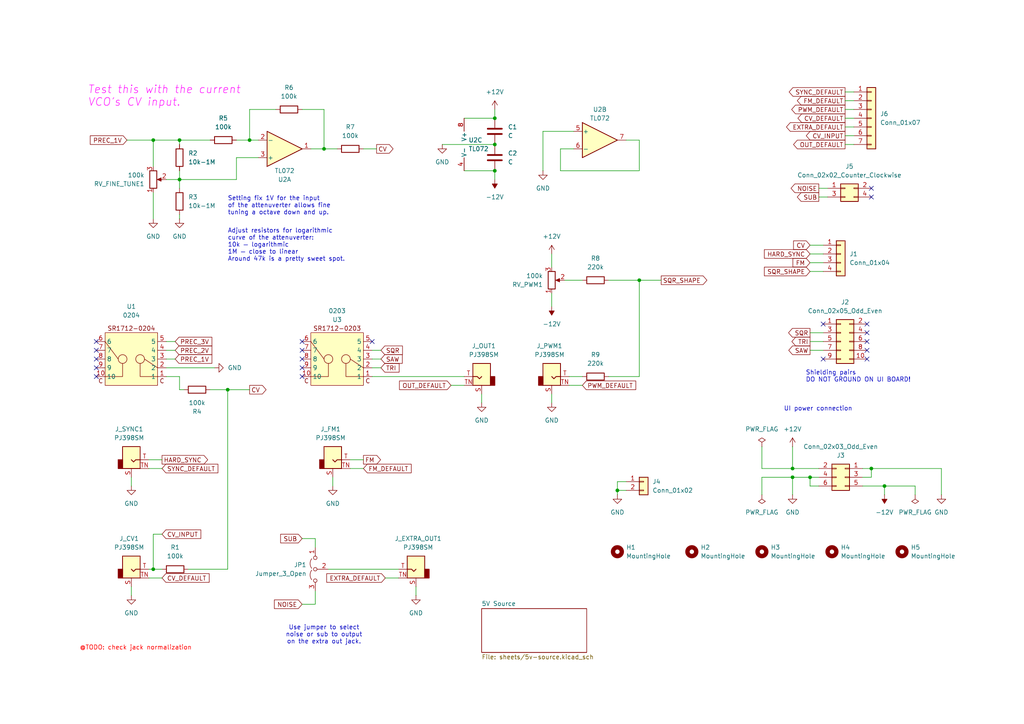
<source format=kicad_sch>
(kicad_sch (version 20250114) (generator "eeschema") (generator_version "9.0")
  (paper "A4")
  (title_block (title "Hog Moduleur VCO UI") (date "2025-07-06") (rev "v0.1") (company "Shmøergh"))
  (lib_symbols
    (symbol "Amplifier_Operational:TL072" (pin_names (offset 0.127))
      (property "Reference" "U" (at 0 5.08 0))
      (property "Value" "TL072" (at 0 -5.08 0))
      (symbol "TL072_1_1"
        (polyline (pts (xy -5.08 5.08) (xy 5.08 0) (xy -5.08 -5.08) (xy -5.08 5.08)) (stroke (width 0.254)) (fill (type background)))
        (pin input line (at -7.62 2.54 0) (length 2.54) (name "+") (number "3"))
        (pin input line (at -7.62 -2.54 0) (length 2.54) (name "-") (number "2"))
        (pin output line (at 7.62 0 180) (length 2.54) (name "~") (number "1"))
      )
      (symbol "TL072_2_1"
        (polyline (pts (xy -5.08 5.08) (xy 5.08 0) (xy -5.08 -5.08) (xy -5.08 5.08)) (stroke (width 0.254)) (fill (type background)))
        (pin input line (at -7.62 2.54 0) (length 2.54) (name "+") (number "5"))
        (pin input line (at -7.62 -2.54 0) (length 2.54) (name "-") (number "6"))
        (pin output line (at 7.62 0 180) (length 2.54) (name "~") (number "7"))
      )
      (symbol "TL072_3_1"
        (pin power_in line (at -2.54 7.62 270) (length 3.81) (name "V+") (number "8"))
        (pin power_in line (at -2.54 -7.62 90) (length 3.81) (name "V-") (number "4"))
      )
    )
    (symbol "Connector_Generic:Conn_01x02" (pin_names (offset 1.016) (hide yes))
      (property "Reference" "J" (at 0 2.54 0))
      (property "Value" "Conn_01x02" (at 0 -5.08 0))
      (symbol "Conn_01x02_1_1"
        (rectangle (start -1.27 1.27) (end 1.27 -3.81) (stroke (width 0.254)) (fill (type background)))
        (rectangle (start -1.27 0.127) (end 0 -0.127) (stroke (width 0.1524)))
        (rectangle (start -1.27 -2.413) (end 0 -2.667) (stroke (width 0.1524)))
        (pin passive line (at -5.08 0 0) (length 3.81) (name "Pin_1") (number "1"))
        (pin passive line (at -5.08 -2.54 0) (length 3.81) (name "Pin_2") (number "2"))
      )
    )
    (symbol "Connector_Generic:Conn_01x04" (pin_names (offset 1.016) (hide yes))
      (property "Reference" "J" (at 0 5.08 0))
      (property "Value" "Conn_01x04" (at 0 -7.62 0))
      (symbol "Conn_01x04_1_1"
        (rectangle (start -1.27 3.81) (end 1.27 -6.35) (stroke (width 0.254)) (fill (type background)))
        (rectangle (start -1.27 2.667) (end 0 2.413) (stroke (width 0.1524)))
        (rectangle (start -1.27 0.127) (end 0 -0.127) (stroke (width 0.1524)))
        (rectangle (start -1.27 -2.413) (end 0 -2.667) (stroke (width 0.1524)))
        (rectangle (start -1.27 -4.953) (end 0 -5.207) (stroke (width 0.1524)))
        (pin passive line (at -5.08 2.54 0) (length 3.81) (name "Pin_1") (number "1"))
        (pin passive line (at -5.08 0 0) (length 3.81) (name "Pin_2") (number "2"))
        (pin passive line (at -5.08 -2.54 0) (length 3.81) (name "Pin_3") (number "3"))
        (pin passive line (at -5.08 -5.08 0) (length 3.81) (name "Pin_4") (number "4"))
      )
    )
    (symbol "Connector_Generic:Conn_01x07" (pin_names (offset 1.016) (hide yes))
      (property "Reference" "J" (at 0 10.16 0))
      (property "Value" "Conn_01x07" (at 0 -10.16 0))
      (symbol "Conn_01x07_1_1"
        (rectangle (start -1.27 8.89) (end 1.27 -8.89) (stroke (width 0.254)) (fill (type background)))
        (rectangle (start -1.27 7.747) (end 0 7.493) (stroke (width 0.1524)))
        (rectangle (start -1.27 5.207) (end 0 4.953) (stroke (width 0.1524)))
        (rectangle (start -1.27 2.667) (end 0 2.413) (stroke (width 0.1524)))
        (rectangle (start -1.27 0.127) (end 0 -0.127) (stroke (width 0.1524)))
        (rectangle (start -1.27 -2.413) (end 0 -2.667) (stroke (width 0.1524)))
        (rectangle (start -1.27 -4.953) (end 0 -5.207) (stroke (width 0.1524)))
        (rectangle (start -1.27 -7.493) (end 0 -7.747) (stroke (width 0.1524)))
        (pin passive line (at -5.08 7.62 0) (length 3.81) (name "Pin_1") (number "1"))
        (pin passive line (at -5.08 5.08 0) (length 3.81) (name "Pin_2") (number "2"))
        (pin passive line (at -5.08 2.54 0) (length 3.81) (name "Pin_3") (number "3"))
        (pin passive line (at -5.08 0 0) (length 3.81) (name "Pin_4") (number "4"))
        (pin passive line (at -5.08 -2.54 0) (length 3.81) (name "Pin_5") (number "5"))
        (pin passive line (at -5.08 -5.08 0) (length 3.81) (name "Pin_6") (number "6"))
        (pin passive line (at -5.08 -7.62 0) (length 3.81) (name "Pin_7") (number "7"))
      )
    )
    (symbol "Connector_Generic:Conn_02x02_Odd_Even" (pin_names (offset 1.016) (hide yes))
      (property "Reference" "J" (at 1.27 2.54 0))
      (property "Value" "Conn_02x02_Odd_Even" (at 1.27 -5.08 0))
      (symbol "Conn_02x02_Odd_Even_1_1"
        (rectangle (start -1.27 1.27) (end 3.81 -3.81) (stroke (width 0.254)) (fill (type background)))
        (rectangle (start -1.27 0.127) (end 0 -0.127) (stroke (width 0.1524)))
        (rectangle (start -1.27 -2.413) (end 0 -2.667) (stroke (width 0.1524)))
        (rectangle (start 3.81 0.127) (end 2.54 -0.127) (stroke (width 0.1524)))
        (rectangle (start 3.81 -2.413) (end 2.54 -2.667) (stroke (width 0.1524)))
        (pin passive line (at -5.08 0 0) (length 3.81) (name "Pin_1") (number "1"))
        (pin passive line (at -5.08 -2.54 0) (length 3.81) (name "Pin_3") (number "3"))
        (pin passive line (at 7.62 0 180) (length 3.81) (name "Pin_2") (number "2"))
        (pin passive line (at 7.62 -2.54 180) (length 3.81) (name "Pin_4") (number "4"))
      )
    )
    (symbol "Connector_Generic:Conn_02x03_Odd_Even" (pin_names (offset 1.016) (hide yes))
      (property "Reference" "J" (at 1.27 5.08 0))
      (property "Value" "Conn_02x03_Odd_Even" (at 1.27 -5.08 0))
      (symbol "Conn_02x03_Odd_Even_1_1"
        (rectangle (start -1.27 3.81) (end 3.81 -3.81) (stroke (width 0.254)) (fill (type background)))
        (rectangle (start -1.27 2.667) (end 0 2.413) (stroke (width 0.1524)))
        (rectangle (start -1.27 0.127) (end 0 -0.127) (stroke (width 0.1524)))
        (rectangle (start -1.27 -2.413) (end 0 -2.667) (stroke (width 0.1524)))
        (rectangle (start 3.81 2.667) (end 2.54 2.413) (stroke (width 0.1524)))
        (rectangle (start 3.81 0.127) (end 2.54 -0.127) (stroke (width 0.1524)))
        (rectangle (start 3.81 -2.413) (end 2.54 -2.667) (stroke (width 0.1524)))
        (pin passive line (at -5.08 2.54 0) (length 3.81) (name "Pin_1") (number "1"))
        (pin passive line (at -5.08 0 0) (length 3.81) (name "Pin_3") (number "3"))
        (pin passive line (at -5.08 -2.54 0) (length 3.81) (name "Pin_5") (number "5"))
        (pin passive line (at 7.62 2.54 180) (length 3.81) (name "Pin_2") (number "2"))
        (pin passive line (at 7.62 0 180) (length 3.81) (name "Pin_4") (number "4"))
        (pin passive line (at 7.62 -2.54 180) (length 3.81) (name "Pin_6") (number "6"))
      )
    )
    (symbol "Connector_Generic:Conn_02x05_Odd_Even" (pin_names (offset 1.016) (hide yes))
      (property "Reference" "J" (at 1.27 7.62 0))
      (property "Value" "Conn_02x05_Odd_Even" (at 1.27 -7.62 0))
      (symbol "Conn_02x05_Odd_Even_1_1"
        (rectangle (start -1.27 6.35) (end 3.81 -6.35) (stroke (width 0.254)) (fill (type background)))
        (rectangle (start -1.27 5.207) (end 0 4.953) (stroke (width 0.1524)))
        (rectangle (start -1.27 2.667) (end 0 2.413) (stroke (width 0.1524)))
        (rectangle (start -1.27 0.127) (end 0 -0.127) (stroke (width 0.1524)))
        (rectangle (start -1.27 -2.413) (end 0 -2.667) (stroke (width 0.1524)))
        (rectangle (start -1.27 -4.953) (end 0 -5.207) (stroke (width 0.1524)))
        (rectangle (start 3.81 5.207) (end 2.54 4.953) (stroke (width 0.1524)))
        (rectangle (start 3.81 2.667) (end 2.54 2.413) (stroke (width 0.1524)))
        (rectangle (start 3.81 0.127) (end 2.54 -0.127) (stroke (width 0.1524)))
        (rectangle (start 3.81 -2.413) (end 2.54 -2.667) (stroke (width 0.1524)))
        (rectangle (start 3.81 -4.953) (end 2.54 -5.207) (stroke (width 0.1524)))
        (pin passive line (at -5.08 5.08 0) (length 3.81) (name "Pin_1") (number "1"))
        (pin passive line (at -5.08 2.54 0) (length 3.81) (name "Pin_3") (number "3"))
        (pin passive line (at -5.08 0 0) (length 3.81) (name "Pin_5") (number "5"))
        (pin passive line (at -5.08 -2.54 0) (length 3.81) (name "Pin_7") (number "7"))
        (pin passive line (at -5.08 -5.08 0) (length 3.81) (name "Pin_9") (number "9"))
        (pin passive line (at 7.62 5.08 180) (length 3.81) (name "Pin_2") (number "2"))
        (pin passive line (at 7.62 2.54 180) (length 3.81) (name "Pin_4") (number "4"))
        (pin passive line (at 7.62 0 180) (length 3.81) (name "Pin_6") (number "6"))
        (pin passive line (at 7.62 -2.54 180) (length 3.81) (name "Pin_8") (number "8"))
        (pin passive line (at 7.62 -5.08 180) (length 3.81) (name "Pin_10") (number "10"))
      )
    )
    (symbol "Device:C" (pin_numbers (hide yes)) (pin_names (offset 0.254))
      (property "Reference" "C" (at 0.635 2.54 0))
      (property "Value" "C" (at 0.635 -2.54 0))
      (symbol "C_0_1"
        (polyline (pts (xy -2.032 0.762) (xy 2.032 0.762)) (stroke (width 0.508)))
        (polyline (pts (xy -2.032 -0.762) (xy 2.032 -0.762)) (stroke (width 0.508)))
      )
      (symbol "C_1_1"
        (pin passive line (at 0 3.81 270) (length 2.794) (name "~") (number "1"))
        (pin passive line (at 0 -3.81 90) (length 2.794) (name "~") (number "2"))
      )
    )
    (symbol "Device:R" (pin_numbers (hide yes)) (pin_names (offset 0))
      (property "Reference" "R" (at 2.032 0 90))
      (property "Value" "R" (at 0 0 90))
      (symbol "R_0_1"
        (rectangle (start -1.016 -2.54) (end 1.016 2.54) (stroke (width 0.254)))
      )
      (symbol "R_1_1"
        (pin passive line (at 0 3.81 270) (length 1.27) (name "~") (number "1"))
        (pin passive line (at 0 -3.81 90) (length 1.27) (name "~") (number "2"))
      )
    )
    (symbol "Device:R_Potentiometer" (pin_names (offset 1.016) (hide yes))
      (property "Reference" "RV" (at -4.445 0 90))
      (property "Value" "R_Potentiometer" (at -2.54 0 90))
      (symbol "R_Potentiometer_0_1"
        (rectangle (start 1.016 2.54) (end -1.016 -2.54) (stroke (width 0.254)))
        (polyline (pts (xy 1.143 0) (xy 2.286 0.508) (xy 2.286 -0.508) (xy 1.143 0)) (fill (type outline)))
        (polyline (pts (xy 2.54 0) (xy 1.524 0)))
      )
      (symbol "R_Potentiometer_1_1"
        (pin passive line (at 0 3.81 270) (length 1.27) (name "1") (number "1"))
        (pin passive line (at 0 -3.81 90) (length 1.27) (name "3") (number "3"))
        (pin passive line (at 3.81 0 180) (length 1.27) (name "2") (number "2"))
      )
    )
    (symbol "Jumper:Jumper_3_Open" (pin_names (offset 0) (hide yes)) (in_bom no)
      (property "Reference" "JP" (at -2.54 -2.54 0))
      (property "Value" "Jumper_3_Open" (at 0 2.794 0))
      (symbol "Jumper_3_Open_0_0"
        (circle (center -3.302 0) (radius 0.508))
        (circle (center 0 0) (radius 0.508))
        (circle (center 3.302 0) (radius 0.508))
      )
      (symbol "Jumper_3_Open_0_1"
        (arc (start -3.048 1.016) (mid -1.651 1.4992) (end -0.254 1.016))
        (polyline (pts (xy 0 -0.508) (xy 0 -1.27)))
        (arc (start 0.254 1.016) (mid 1.651 1.4992) (end 3.048 1.016))
      )
      (symbol "Jumper_3_Open_1_1"
        (pin passive line (at -6.35 0 0) (length 2.54) (name "A") (number "1"))
        (pin passive line (at 0 -3.81 90) (length 2.54) (name "C") (number "2"))
        (pin passive line (at 6.35 0 180) (length 2.54) (name "B") (number "3"))
      )
    )
    (symbol "Mechanical:MountingHole" (pin_names (offset 1.016)) (in_bom no)
      (property "Reference" "H" (at 0 5.08 0))
      (property "Value" "MountingHole" (at 0 3.175 0))
      (symbol "MountingHole_0_1"
        (circle (center 0 0) (radius 1.27) (stroke (width 1.27)))
      )
    )
    (symbol "Shmoergh-Custom-Components:AudioJack2_Thonkiconn_S"
      (property "Reference" "J" (at 0 8.89 0))
      (property "Value" "AudioJack2_Thonkiconn" (at 0 6.35 0))
      (symbol "AudioJack2_Thonkiconn_S_0_1"
        (rectangle (start -2.54 -2.54) (end -3.81 0) (stroke (width 0.254)) (fill (type outline)))
        (polyline (pts (xy 0 0) (xy 0.635 -0.635) (xy 1.27 0) (xy 2.54 0)) (stroke (width 0.254)))
        (rectangle (start 2.54 3.81) (end -2.54 -2.54) (stroke (width 0.254)) (fill (type background)))
      )
      (symbol "AudioJack2_Thonkiconn_S_1_1"
        (pin passive line (at 0 -5.08 90) (length 2.54) (name "~") (number "S"))
        (pin bidirectional line (at 5.08 0 180) (length 2.54) (name "~") (number "T"))
        (pin passive line (at 5.08 -2.54 180) (length 2.54) (name "~") (number "TN"))
      )
    )
    (symbol "Shmoergh-Custom-Components:SR1712_0203"
      (property "Reference" "U" (at 0 1.27 0))
      (symbol "SR1712_0203_0_1"
        (polyline (pts (xy -7.62 -2.54) (xy -3.81 0)))
        (circle (center -2.54 0) (radius 1.27))
        (polyline (pts (xy -2.54 -1.27) (xy -2.54 -5.08) (xy -7.62 -5.08)))
        (circle (center 2.54 0) (radius 1.27))
        (polyline (pts (xy 7.62 5.08) (xy 3.81 0)))
        (polyline (pts (xy 7.62 -5.08) (xy 2.54 -5.08) (xy 2.54 -1.27)))
      )
      (symbol "SR1712_0203_1_1"
        (rectangle (start -7.62 7.62) (end 7.62 -7.62) (fill (type background)))
        (text "C" (at -8.89 -6.35 0) (effects (font (size 1.27 1.27))))
        (text "SR1712-0203" (at 0 8.89 0) (effects (font (size 1.27 1.27))))
        (text "C" (at 8.89 -6.35 0) (effects (font (size 1.27 1.27))))
        (pin input line (at -10.16 5.08 0) (length 2.54) (name "5") (number "5"))
        (pin input line (at -10.16 2.54 0) (length 2.54) (name "4") (number "4"))
        (pin input line (at -10.16 0 0) (length 2.54) (name "3") (number "3"))
        (pin input line (at -10.16 -2.54 0) (length 2.54) (name "2") (number "2"))
        (pin output line (at -10.16 -5.08 0) (length 2.54) (name "1") (number "1"))
        (pin input line (at 10.16 5.08 180) (length 2.54) (name "6") (number "6"))
        (pin input line (at 10.16 2.54 180) (length 2.54) (name "7") (number "7"))
        (pin input line (at 10.16 0 180) (length 2.54) (name "8") (number "8"))
        (pin input line (at 10.16 -2.54 180) (length 2.54) (name "9") (number "9"))
        (pin output line (at 10.16 -5.08 180) (length 2.54) (name "10") (number "10"))
      )
    )
    (symbol "Shmoergh-Custom-Components:SR1712_0204"
      (property "Reference" "U" (at 0 1.27 0))
      (symbol "SR1712_0204_0_1"
        (polyline (pts (xy -7.62 -2.54) (xy -3.81 0)))
        (circle (center -2.54 0) (radius 1.27))
        (polyline (pts (xy -2.54 -1.27) (xy -2.54 -5.08) (xy -7.62 -5.08)))
        (circle (center 2.54 0) (radius 1.27))
        (polyline (pts (xy 7.62 5.08) (xy 3.81 0)))
        (polyline (pts (xy 7.62 -5.08) (xy 2.54 -5.08) (xy 2.54 -1.27)))
      )
      (symbol "SR1712_0204_1_1"
        (rectangle (start -7.62 7.62) (end 7.62 -7.62) (fill (type background)))
        (text "C" (at -8.89 -6.35 0) (effects (font (size 1.27 1.27))))
        (text "SR1712-0204" (at 0 8.89 0) (effects (font (size 1.27 1.27))))
        (text "C" (at 8.89 -6.35 0) (effects (font (size 1.27 1.27))))
        (pin input line (at -10.16 5.08 0) (length 2.54) (name "5") (number "5"))
        (pin input line (at -10.16 2.54 0) (length 2.54) (name "4") (number "4"))
        (pin input line (at -10.16 0 0) (length 2.54) (name "3") (number "3"))
        (pin input line (at -10.16 -2.54 0) (length 2.54) (name "2") (number "2"))
        (pin output line (at -10.16 -5.08 0) (length 2.54) (name "1") (number "1"))
        (pin input line (at 10.16 5.08 180) (length 2.54) (name "6") (number "6"))
        (pin input line (at 10.16 2.54 180) (length 2.54) (name "7") (number "7"))
        (pin input line (at 10.16 0 180) (length 2.54) (name "8") (number "8"))
        (pin input line (at 10.16 -2.54 180) (length 2.54) (name "9") (number "9"))
        (pin output line (at 10.16 -5.08 180) (length 2.54) (name "10") (number "10"))
      )
    )
    (symbol "power:+12V" (power) (pin_numbers (hide yes)) (pin_names (offset 0) (hide yes))
      (property "Value" "+12V" (at 0 3.556 0))
      (symbol "+12V_0_1"
        (polyline (pts (xy -0.762 1.27) (xy 0 2.54)))
        (polyline (pts (xy 0 2.54) (xy 0.762 1.27)))
        (polyline (pts (xy 0 0) (xy 0 2.54)))
      )
      (symbol "+12V_1_1"
        (pin power_in line (at 0 0 90) (length 0) (name "~") (number "1"))
      )
    )
    (symbol "power:-12V" (power) (pin_numbers (hide yes)) (pin_names (offset 0) (hide yes))
      (property "Value" "-12V" (at 0 3.556 0))
      (symbol "-12V_0_0"
        (pin power_in line (at 0 0 90) (length 0) (name "~") (number "1"))
      )
      (symbol "-12V_0_1"
        (polyline (pts (xy 0 0) (xy 0 1.27) (xy 0.762 1.27) (xy 0 2.54) (xy -0.762 1.27) (xy 0 1.27)) (fill (type outline)))
      )
    )
    (symbol "power:GND" (power) (pin_numbers (hide yes)) (pin_names (offset 0) (hide yes))
      (property "Value" "GND" (at 0 -3.81 0))
      (symbol "GND_0_1"
        (polyline (pts (xy 0 0) (xy 0 -1.27) (xy 1.27 -1.27) (xy 0 -2.54) (xy -1.27 -1.27) (xy 0 -1.27)))
      )
      (symbol "GND_1_1"
        (pin power_in line (at 0 0 270) (length 0) (name "~") (number "1"))
      )
    )
    (symbol "power:PWR_FLAG" (power) (pin_numbers (hide yes)) (pin_names (offset 0) (hide yes))
      (property "Value" "PWR_FLAG" (at 0 3.81 0))
      (symbol "PWR_FLAG_0_0"
        (pin power_out line (at 0 0 90) (length 0) (name "~") (number "1"))
      )
      (symbol "PWR_FLAG_0_1"
        (polyline (pts (xy 0 0) (xy 0 1.27) (xy -1.016 1.905) (xy 0 2.54) (xy 1.016 1.905) (xy 0 1.27)))
      )
    )
  )
  (text "Test this with the current \nVCO's CV input." (at 25.4 27.94 0) (effects (font (size 2.27 2.27) (italic yes)) (justify left)))
  (text "Setting fix 1V for the input \nof the attenuverter allows fine \ntuning a octave down and up." (at 66.04 59.69 0) (effects (font (size 1.27 1.27)) (justify left)))
  (text "@TODO: check jack normalization" (at 39.37 187.96 0) (effects (font (size 1.27 1.27))))
  (text "UI power connection" (at 227.33 119.38 0) (effects (font (size 1.27 1.27)) (justify left bottom)))
  (text "Adjust resistors for logarithmic\ncurve of the attenuverter: \n10k — logarithmic\n1M — close to linear\nAround 47k is a pretty sweet spot." (at 66.04 71.12 0) (effects (font (size 1.27 1.27)) (justify left)))
  (text "Use jumper to select\nnoise or sub to output\non the extra out jack." (at 93.98 184.15 0) (effects (font (size 1.27 1.27))))
  (text "Shielding pairs\nDO NOT GROUND ON UI BOARD!" (at 233.68 109.22 0) (effects (font (size 1.27 1.27)) (justify left)))
  (junction (at 143.51 49.53))
  (junction (at 66.04 113.03))
  (junction (at 229.87 135.89))
  (junction (at 179.07 142.24))
  (junction (at 234.95 138.43))
  (junction (at 143.51 41.91))
  (junction (at 256.54 140.97))
  (junction (at 229.87 138.43))
  (junction (at 185.42 81.28))
  (junction (at 143.51 34.29))
  (junction (at 52.07 40.64))
  (junction (at 93.98 43.18))
  (junction (at 252.73 135.89))
  (junction (at 52.07 52.07))
  (junction (at 72.39 40.64))
  (junction (at 44.45 40.64))
  (junction (at 44.45 165.1))
  (no_connect (at 251.46 104.14))
  (no_connect (at 87.63 101.6))
  (no_connect (at 87.63 106.68))
  (no_connect (at 238.76 93.98))
  (no_connect (at 251.46 99.06))
  (no_connect (at 251.46 96.52))
  (no_connect (at 87.63 104.14))
  (no_connect (at 27.94 99.06))
  (no_connect (at 27.94 104.14))
  (no_connect (at 251.46 93.98))
  (no_connect (at 252.73 57.15))
  (no_connect (at 251.46 101.6))
  (no_connect (at 27.94 106.68))
  (no_connect (at 27.94 101.6))
  (no_connect (at 238.76 104.14))
  (no_connect (at 87.63 109.22))
  (no_connect (at 252.73 54.61))
  (no_connect (at 87.63 99.06))
  (no_connect (at 27.94 109.22))
  (no_connect (at 107.95 99.06))
  (wire (pts (xy 234.95 96.52) (xy 238.76 96.52)))
  (wire (pts (xy 237.49 54.61) (xy 240.03 54.61)))
  (wire (pts (xy 72.39 40.64) (xy 74.93 40.64)))
  (wire (pts (xy 46.99 167.64) (xy 43.18 167.64)))
  (wire (pts (xy 245.11 34.29) (xy 247.65 34.29)))
  (wire (pts (xy 110.49 106.68) (xy 107.95 106.68)))
  (wire (pts (xy 245.11 39.37) (xy 247.65 39.37)))
  (wire (pts (xy 134.62 49.53) (xy 143.51 49.53)))
  (wire (pts (xy 168.91 81.28) (xy 163.83 81.28)))
  (wire (pts (xy 105.41 133.35) (xy 101.6 133.35)))
  (wire (pts (xy 66.04 165.1) (xy 54.61 165.1)))
  (wire (pts (xy 256.54 143.51) (xy 256.54 140.97)))
  (wire (pts (xy 185.42 49.53) (xy 185.42 40.64)))
  (wire (pts (xy 143.51 31.75) (xy 143.51 34.29)))
  (wire (pts (xy 265.43 140.97) (xy 256.54 140.97)))
  (wire (pts (xy 166.37 38.1) (xy 157.48 38.1)))
  (wire (pts (xy 74.93 45.72) (xy 68.58 45.72)))
  (wire (pts (xy 130.81 111.76) (xy 134.62 111.76)))
  (wire (pts (xy 96.52 138.43) (xy 96.52 140.97)))
  (wire (pts (xy 250.19 140.97) (xy 256.54 140.97)))
  (wire (pts (xy 93.98 43.18) (xy 90.17 43.18)))
  (wire (pts (xy 179.07 142.24) (xy 181.61 142.24)))
  (wire (pts (xy 234.95 78.74) (xy 238.76 78.74)))
  (wire (pts (xy 46.99 135.89) (xy 43.18 135.89)))
  (wire (pts (xy 110.49 101.6) (xy 107.95 101.6)))
  (wire (pts (xy 185.42 109.22) (xy 176.53 109.22)))
  (wire (pts (xy 87.63 175.26) (xy 91.44 175.26)))
  (wire (pts (xy 234.95 99.06) (xy 238.76 99.06)))
  (wire (pts (xy 36.83 40.64) (xy 44.45 40.64)))
  (wire (pts (xy 68.58 52.07) (xy 52.07 52.07)))
  (wire (pts (xy 105.41 43.18) (xy 109.22 43.18)))
  (wire (pts (xy 60.96 113.03) (xy 66.04 113.03)))
  (wire (pts (xy 66.04 113.03) (xy 66.04 165.1)))
  (wire (pts (xy 160.02 88.9) (xy 160.02 85.09)))
  (wire (pts (xy 234.95 71.12) (xy 238.76 71.12)))
  (wire (pts (xy 166.37 43.18) (xy 162.56 43.18)))
  (wire (pts (xy 91.44 156.21) (xy 91.44 158.75)))
  (wire (pts (xy 234.95 76.2) (xy 238.76 76.2)))
  (wire (pts (xy 87.63 31.75) (xy 93.98 31.75)))
  (wire (pts (xy 237.49 57.15) (xy 240.03 57.15)))
  (wire (pts (xy 107.95 109.22) (xy 134.62 109.22)))
  (wire (pts (xy 162.56 43.18) (xy 162.56 49.53)))
  (wire (pts (xy 44.45 154.94) (xy 44.45 165.1)))
  (wire (pts (xy 87.63 156.21) (xy 91.44 156.21)))
  (wire (pts (xy 52.07 52.07) (xy 48.26 52.07)))
  (wire (pts (xy 181.61 139.7) (xy 179.07 139.7)))
  (wire (pts (xy 72.39 31.75) (xy 72.39 40.64)))
  (wire (pts (xy 105.41 135.89) (xy 101.6 135.89)))
  (wire (pts (xy 185.42 40.64) (xy 181.61 40.64)))
  (wire (pts (xy 44.45 165.1) (xy 43.18 165.1)))
  (wire (pts (xy 157.48 38.1) (xy 157.48 49.53)))
  (wire (pts (xy 229.87 138.43) (xy 234.95 138.43)))
  (wire (pts (xy 95.25 165.1) (xy 115.57 165.1)))
  (wire (pts (xy 44.45 55.88) (xy 44.45 63.5)))
  (wire (pts (xy 245.11 41.91) (xy 247.65 41.91)))
  (wire (pts (xy 179.07 139.7) (xy 179.07 142.24)))
  (wire (pts (xy 68.58 40.64) (xy 72.39 40.64)))
  (wire (pts (xy 46.99 154.94) (xy 44.45 154.94)))
  (wire (pts (xy 229.87 129.54) (xy 229.87 135.89)))
  (wire (pts (xy 46.99 133.35) (xy 43.18 133.35)))
  (wire (pts (xy 245.11 31.75) (xy 247.65 31.75)))
  (wire (pts (xy 52.07 63.5) (xy 52.07 62.23)))
  (wire (pts (xy 50.8 104.14) (xy 48.26 104.14)))
  (wire (pts (xy 52.07 40.64) (xy 52.07 41.91)))
  (wire (pts (xy 162.56 49.53) (xy 185.42 49.53)))
  (wire (pts (xy 252.73 135.89) (xy 250.19 135.89)))
  (wire (pts (xy 44.45 40.64) (xy 44.45 48.26)))
  (wire (pts (xy 220.98 135.89) (xy 229.87 135.89)))
  (wire (pts (xy 110.49 104.14) (xy 107.95 104.14)))
  (wire (pts (xy 139.7 116.84) (xy 139.7 114.3)))
  (wire (pts (xy 46.99 165.1) (xy 44.45 165.1)))
  (wire (pts (xy 220.98 138.43) (xy 229.87 138.43)))
  (wire (pts (xy 143.51 41.91) (xy 128.27 41.91)))
  (wire (pts (xy 245.11 36.83) (xy 247.65 36.83)))
  (wire (pts (xy 273.05 143.51) (xy 273.05 135.89)))
  (wire (pts (xy 252.73 138.43) (xy 252.73 135.89)))
  (wire (pts (xy 48.26 106.68) (xy 62.23 106.68)))
  (wire (pts (xy 66.04 113.03) (xy 72.39 113.03)))
  (wire (pts (xy 50.8 99.06) (xy 48.26 99.06)))
  (wire (pts (xy 68.58 45.72) (xy 68.58 52.07)))
  (wire (pts (xy 111.76 167.64) (xy 115.57 167.64)))
  (wire (pts (xy 168.91 111.76) (xy 165.1 111.76)))
  (wire (pts (xy 93.98 31.75) (xy 93.98 43.18)))
  (wire (pts (xy 237.49 140.97) (xy 234.95 140.97)))
  (wire (pts (xy 143.51 49.53) (xy 143.51 52.07)))
  (wire (pts (xy 160.02 114.3) (xy 160.02 116.84)))
  (wire (pts (xy 120.65 172.72) (xy 120.65 170.18)))
  (wire (pts (xy 245.11 26.67) (xy 247.65 26.67)))
  (wire (pts (xy 52.07 49.53) (xy 52.07 52.07)))
  (wire (pts (xy 38.1 138.43) (xy 38.1 140.97)))
  (wire (pts (xy 52.07 113.03) (xy 52.07 109.22)))
  (wire (pts (xy 234.95 73.66) (xy 238.76 73.66)))
  (wire (pts (xy 176.53 81.28) (xy 185.42 81.28)))
  (wire (pts (xy 220.98 129.54) (xy 220.98 135.89)))
  (wire (pts (xy 273.05 135.89) (xy 252.73 135.89)))
  (wire (pts (xy 234.95 140.97) (xy 234.95 138.43)))
  (wire (pts (xy 44.45 40.64) (xy 52.07 40.64)))
  (wire (pts (xy 234.95 101.6) (xy 238.76 101.6)))
  (wire (pts (xy 50.8 101.6) (xy 48.26 101.6)))
  (wire (pts (xy 80.01 31.75) (xy 72.39 31.75)))
  (wire (pts (xy 229.87 135.89) (xy 237.49 135.89)))
  (wire (pts (xy 234.95 138.43) (xy 237.49 138.43)))
  (wire (pts (xy 52.07 109.22) (xy 48.26 109.22)))
  (wire (pts (xy 52.07 40.64) (xy 60.96 40.64)))
  (wire (pts (xy 134.62 34.29) (xy 143.51 34.29)))
  (wire (pts (xy 38.1 170.18) (xy 38.1 172.72)))
  (wire (pts (xy 53.34 113.03) (xy 52.07 113.03)))
  (wire (pts (xy 220.98 143.51) (xy 220.98 138.43)))
  (wire (pts (xy 52.07 52.07) (xy 52.07 54.61)))
  (wire (pts (xy 179.07 142.24) (xy 179.07 143.51)))
  (wire (pts (xy 93.98 43.18) (xy 97.79 43.18)))
  (wire (pts (xy 229.87 143.51) (xy 229.87 138.43)))
  (wire (pts (xy 245.11 29.21) (xy 247.65 29.21)))
  (wire (pts (xy 250.19 138.43) (xy 252.73 138.43)))
  (wire (pts (xy 91.44 175.26) (xy 91.44 171.45)))
  (wire (pts (xy 191.77 81.28) (xy 185.42 81.28)))
  (wire (pts (xy 185.42 81.28) (xy 185.42 109.22)))
  (wire (pts (xy 168.91 109.22) (xy 165.1 109.22)))
  (wire (pts (xy 160.02 73.66) (xy 160.02 77.47)))
  (wire (pts (xy 265.43 143.51) (xy 265.43 140.97)))
  (global_label "SQR" (shape input) (at 110.49 101.6 0) (property "Intersheetrefs" "${INTERSHEET_REFS}" (effects (hide yes))))
  (global_label "TRI" (shape input) (at 110.49 106.68 0) (property "Intersheetrefs" "${INTERSHEET_REFS}" (effects (hide yes))))
  (global_label "PREC_2V" (shape input) (at 50.8 101.6 0) (property "Intersheetrefs" "${INTERSHEET_REFS}" (effects (hide yes))))
  (global_label "FM" (shape output) (at 105.41 133.35 0) (property "Intersheetrefs" "${INTERSHEET_REFS}" (effects (hide yes))))
  (global_label "OUT_DEFAULT" (shape input) (at 130.81 111.76 180) (property "Intersheetrefs" "${INTERSHEET_REFS}" (effects (hide yes))))
  (global_label "SQR" (shape output) (at 234.95 96.52 180) (property "Intersheetrefs" "${INTERSHEET_REFS}" (effects (hide yes))))
  (global_label "PREC_3V" (shape input) (at 50.8 99.06 0) (property "Intersheetrefs" "${INTERSHEET_REFS}" (effects (hide yes))))
  (global_label "HARD_SYNC" (shape output) (at 46.99 133.35 0) (property "Intersheetrefs" "${INTERSHEET_REFS}" (effects (hide yes))))
  (global_label "NOISE" (shape input) (at 87.63 175.26 180) (property "Intersheetrefs" "${INTERSHEET_REFS}" (effects (hide yes))))
  (global_label "SUB" (shape input) (at 87.63 156.21 180) (property "Intersheetrefs" "${INTERSHEET_REFS}" (effects (hide yes))))
  (global_label "SAW" (shape input) (at 110.49 104.14 0) (property "Intersheetrefs" "${INTERSHEET_REFS}" (effects (hide yes))))
  (global_label "CV" (shape output) (at 72.39 113.03 0) (property "Intersheetrefs" "${INTERSHEET_REFS}" (effects (hide yes))))
  (global_label "EXTRA_DEFAULT" (shape input) (at 111.76 167.64 180) (property "Intersheetrefs" "${INTERSHEET_REFS}" (effects (hide yes))))
  (global_label "TRI" (shape output) (at 234.95 99.06 180) (property "Intersheetrefs" "${INTERSHEET_REFS}" (effects (hide yes))))
  (global_label "CV_INPUT" (shape input) (at 46.99 154.94 0) (property "Intersheetrefs" "${INTERSHEET_REFS}" (effects (hide yes))))
  (global_label "CV" (shape input) (at 234.95 71.12 180) (property "Intersheetrefs" "${INTERSHEET_REFS}" (effects (hide yes))))
  (global_label "PREC_1V" (shape input) (at 50.8 104.14 0) (property "Intersheetrefs" "${INTERSHEET_REFS}" (effects (hide yes))))
  (global_label "FM_DEFAULT" (shape input) (at 105.41 135.89 0) (property "Intersheetrefs" "${INTERSHEET_REFS}" (effects (hide yes))))
  (global_label "NOISE" (shape output) (at 237.49 54.61 180) (property "Intersheetrefs" "${INTERSHEET_REFS}" (effects (hide yes))))
  (global_label "CV_DEFAULT" (shape input) (at 46.99 167.64 0) (property "Intersheetrefs" "${INTERSHEET_REFS}" (effects (hide yes))))
  (global_label "HARD_SYNC" (shape input) (at 234.95 73.66 180) (property "Intersheetrefs" "${INTERSHEET_REFS}" (effects (hide yes))))
  (global_label "SAW" (shape output) (at 234.95 101.6 180) (property "Intersheetrefs" "${INTERSHEET_REFS}" (effects (hide yes))))
  (global_label "SUB" (shape output) (at 237.49 57.15 180) (property "Intersheetrefs" "${INTERSHEET_REFS}" (effects (hide yes))))
  (global_label "PREC_1V" (shape input) (at 36.83 40.64 180) (property "Intersheetrefs" "${INTERSHEET_REFS}" (effects (hide yes))))
  (global_label "PWM_DEFAULT" (shape output) (at 245.11 31.75 180) (property "Intersheetrefs" "${INTERSHEET_REFS}" (effects (hide yes))))
  (global_label "SYNC_DEFAULT" (shape output) (at 245.11 26.67 180) (property "Intersheetrefs" "${INTERSHEET_REFS}" (effects (hide yes))))
  (global_label "CV_DEFAULT" (shape output) (at 245.11 34.29 180) (property "Intersheetrefs" "${INTERSHEET_REFS}" (effects (hide yes))))
  (global_label "SQR_SHAPE" (shape input) (at 234.95 78.74 180) (property "Intersheetrefs" "${INTERSHEET_REFS}" (effects (hide yes))))
  (global_label "SYNC_DEFAULT" (shape input) (at 46.99 135.89 0) (property "Intersheetrefs" "${INTERSHEET_REFS}" (effects (hide yes))))
  (global_label "EXTRA_DEFAULT" (shape output) (at 245.11 36.83 180) (property "Intersheetrefs" "${INTERSHEET_REFS}" (effects (hide yes))))
  (global_label "OUT_DEFAULT" (shape output) (at 245.11 41.91 180) (property "Intersheetrefs" "${INTERSHEET_REFS}" (effects (hide yes))))
  (global_label "SQR_SHAPE" (shape output) (at 191.77 81.28 0) (property "Intersheetrefs" "${INTERSHEET_REFS}" (effects (hide yes))))
  (global_label "FM_DEFAULT" (shape output) (at 245.11 29.21 180) (property "Intersheetrefs" "${INTERSHEET_REFS}" (effects (hide yes))))
  (global_label "CV" (shape output) (at 109.22 43.18 0) (property "Intersheetrefs" "${INTERSHEET_REFS}" (effects (hide yes))))
  (global_label "PWM_DEFAULT" (shape input) (at 168.91 111.76 0) (property "Intersheetrefs" "${INTERSHEET_REFS}" (effects (hide yes))))
  (global_label "FM" (shape input) (at 234.95 76.2 180) (property "Intersheetrefs" "${INTERSHEET_REFS}" (effects (hide yes))))
  (global_label "CV_INPUT" (shape output) (at 245.11 39.37 180) (property "Intersheetrefs" "${INTERSHEET_REFS}" (effects (hide yes))))
  (symbol (lib_id "power:GND") (at 120.65 172.72 0) (mirror y) (unit 1)
    (property "Reference" "#PWR06" (effects (hide yes)))
    (property "Value" "GND" (at 120.65 177.8 0))
    (property "Description" "Power symbol creates a global label with name \"GND\" , ground" (effects (hide yes)))
  )
  (symbol (lib_id "power:-12V") (at 143.51 52.07 180) (unit 1)
    (property "Reference" "#PWR010" (effects (hide yes)))
    (property "Value" "-12V" (at 143.51 57.15 0))
    (property "Description" "Power symbol creates a global label with name \"-12V\"" (effects (hide yes)))
  )
  (symbol (lib_id "Jumper:Jumper_3_Open") (at 91.44 165.1 90) (mirror x) (unit 1)
    (property "Reference" "JP1" (at 88.9 163.8299 90) (effects (justify left)))
    (property "Value" "Jumper_3_Open" (at 88.9 166.3699 90) (effects (justify left)))
    (property "Footprint" "Connector_PinHeader_2.54mm:PinHeader_1x03_P2.54mm_Horizontal" (effects (hide yes)))
    (property "Description" "Jumper, 3-pole, both open" (effects (hide yes)))
    (property "Part URL" "https://mou.sr/451l2py" (effects (hide yes)))
    (property "Vendor" "Mouser" (effects (hide yes)))
    (property "Part no." "200-HTSW10308TSRA" (effects (hide yes)))
  )
  (symbol (lib_id "power:GND") (at 157.48 49.53 0) (unit 1)
    (property "Reference" "#PWR011" (effects (hide yes)))
    (property "Value" "GND" (at 157.48 54.61 0))
    (property "Description" "Power symbol creates a global label with name \"GND\" , ground" (effects (hide yes)))
  )
  (symbol (lib_id "power:+12V") (at 229.87 129.54 0) (unit 1)
    (property "Reference" "#PWR016" (effects (hide yes)))
    (property "Value" "+12V" (at 229.87 124.46 0))
    (property "Description" "Power symbol creates a global label with name \"+12V\"" (effects (hide yes)))
  )
  (symbol (lib_id "Device:R") (at 52.07 45.72 180) (unit 1)
    (property "Reference" "R2" (at 54.61 44.4499 0) (effects (justify right)))
    (property "Value" "10k-1M" (at 54.61 46.9899 0) (effects (justify right)))
    (property "Footprint" "Shmoergh_Custom_Footprints:R_Axial_DIN0207_L6.3mm_D2.5mm_P7.62mm_Horizontal" (effects (hide yes)))
    (property "Description" "Resistor" (effects (hide yes)))
    (property "Vendor" "Mouser" (effects (hide yes)))
    (property "Part URL" "https://mou.sr/4hEwI4G" (effects (hide yes)))
    (property "Part no." "603-MFR-25FRF52100K" (effects (hide yes)))
  )
  (symbol (lib_id "Device:C") (at 143.51 45.72 0) (unit 1)
    (property "Reference" "C2" (at 147.32 44.4499 0) (effects (justify left)))
    (property "Value" "C" (at 147.32 46.9899 0) (effects (justify left)))
    (property "Footprint" "Capacitor_THT:C_Disc_D5.0mm_W2.5mm_P2.50mm" (effects (hide yes)))
    (property "Description" "Unpolarized capacitor" (effects (hide yes)))
  )
  (symbol (lib_id "Device:R") (at 64.77 40.64 90) (unit 1)
    (property "Reference" "R5" (at 64.77 34.29 90))
    (property "Value" "100k" (at 64.77 36.83 90))
    (property "Footprint" "Shmoergh_Custom_Footprints:R_Axial_DIN0207_L6.3mm_D2.5mm_P7.62mm_Horizontal" (effects (hide yes)))
    (property "Description" "Resistor" (effects (hide yes)))
    (property "Vendor" "Mouser" (effects (hide yes)))
    (property "Part URL" "https://mou.sr/4hEwI4G" (effects (hide yes)))
    (property "Part no." "603-MFR-25FRF52100K" (effects (hide yes)))
  )
  (symbol (lib_id "Shmoergh-Custom-Components:AudioJack2_Thonkiconn_S") (at 160.02 109.22 0) (unit 1)
    (property "Reference" "J_PWM1" (at 159.385 100.33 0))
    (property "Value" "PJ398SM" (at 159.385 102.87 0))
    (property "Footprint" "Shmoergh_Custom_Footprints:Jack_3.5mm_QingPu_WQP-PJ398SM_Vertical_CircularHoles" (effects (hide yes)))
    (property "Description" "Audio Jack, 2 Poles (Mono / TS), Grounded Sleeve" (effects (hide yes)))
    (property "Part URL" "https://www.thonk.co.uk/shop/thonkiconn/" (effects (hide yes)))
    (property "Vendor" "Thonk" (effects (hide yes)))
    (property "Part no." "PJ398SM" (effects (hide yes)))
  )
  (symbol (lib_id "Shmoergh-Custom-Components:AudioJack2_Thonkiconn_S") (at 139.7 109.22 0) (mirror y) (unit 1)
    (property "Reference" "J_OUT1" (at 140.335 100.33 0))
    (property "Value" "PJ398SM" (at 140.335 102.87 0))
    (property "Footprint" "Shmoergh_Custom_Footprints:Jack_3.5mm_QingPu_WQP-PJ398SM_Vertical_CircularHoles" (effects (hide yes)))
    (property "Description" "Audio Jack, 2 Poles (Mono / TS), Grounded Sleeve" (effects (hide yes)))
    (property "Part URL" "https://www.thonk.co.uk/shop/thonkiconn/" (effects (hide yes)))
    (property "Vendor" "Thonk" (effects (hide yes)))
    (property "Part no." "PJ398SM" (effects (hide yes)))
  )
  (symbol (lib_id "Amplifier_Operational:TL072") (at 82.55 43.18 0) (mirror x) (unit 1)
    (property "Reference" "U2" (at 82.55 52.07 0))
    (property "Value" "TL072" (at 82.55 49.53 0))
    (property "Footprint" "Package_DIP:DIP-8_W7.62mm_LongPads" (effects (hide yes)))
    (property "Datasheet" "http://www.ti.com/lit/ds/symlink/tl071.pdf" (effects (hide yes)))
    (property "Description" "Dual Low-Noise JFET-Input Operational Amplifiers, DIP-8/SOIC-8" (effects (hide yes)))
  )
  (symbol (lib_id "Shmoergh-Custom-Components:SR1712_0203") (at 97.79 104.14 0) (mirror y) (unit 1)
    (property "Reference" "U3" (at 97.79 92.71 0))
    (property "Value" "0203" (at 97.79 90.17 0))
    (property "Footprint" "Shmoergh_Custom_Footprints:SR1712-0203" (effects (hide yes)))
    (property "Datasheet" "https://hu.mouser.com/datasheet/2/13/SR1712F-1815245.pdf" (effects (hide yes)))
    (property "Part URL" "https://mou.sr/3U6bGTk" (effects (hide yes)))
    (property "Vendor" "Mouser" (effects (hide yes)))
    (property "Part no." "105-SR1712F-23NS" (effects (hide yes)))
  )
  (symbol (lib_id "Shmoergh-Custom-Components:AudioJack2_Thonkiconn_S") (at 38.1 165.1 0) (unit 1)
    (property "Reference" "J_CV1" (at 37.465 156.21 0))
    (property "Value" "PJ398SM" (at 37.465 158.75 0))
    (property "Footprint" "Shmoergh_Custom_Footprints:Jack_3.5mm_QingPu_WQP-PJ398SM_Vertical_CircularHoles" (effects (hide yes)))
    (property "Description" "Audio Jack, 2 Poles (Mono / TS), Grounded Sleeve" (effects (hide yes)))
    (property "Part URL" "https://www.thonk.co.uk/shop/thonkiconn/" (effects (hide yes)))
    (property "Vendor" "Thonk" (effects (hide yes)))
    (property "Part no." "PJ398SM" (effects (hide yes)))
  )
  (symbol (lib_id "power:-12V") (at 160.02 88.9 180) (unit 1)
    (property "Reference" "#PWR013" (effects (hide yes)))
    (property "Value" "-12V" (at 160.02 93.98 0))
    (property "Description" "Power symbol creates a global label with name \"-12V\"" (effects (hide yes)))
  )
  (symbol (lib_id "power:GND") (at 139.7 116.84 0) (mirror y) (unit 1)
    (property "Reference" "#PWR08" (effects (hide yes)))
    (property "Value" "GND" (at 139.7 121.92 0))
    (property "Description" "Power symbol creates a global label with name \"GND\" , ground" (effects (hide yes)))
  )
  (symbol (lib_id "power:-12V") (at 256.54 143.51 180) (unit 1)
    (property "Reference" "#PWR018" (effects (hide yes)))
    (property "Value" "-12V" (at 256.54 148.59 0))
    (property "Description" "Power symbol creates a global label with name \"-12V\"" (effects (hide yes)))
  )
  (symbol (lib_id "Connector_Generic:Conn_02x02_Odd_Even") (at 245.11 54.61 0) (unit 1)
    (property "Reference" "J5" (at 246.38 48.26 0))
    (property "Value" "Conn_02x02_Counter_Clockwise" (at 246.38 50.8 0))
    (property "Footprint" "Connector_PinSocket_2.54mm:PinSocket_2x02_P2.54mm_Vertical" (effects (hide yes)))
    (property "Description" "Generic connector, double row, 02x02, odd/even pin numbering scheme (row 1 odd numbers, row 2 even numbers), script generated (kicad-library-utils/schlib/autogen/connector/)" (effects (hide yes)))
    (property "Part URL" "https://mou.sr/4eSbYqI" (effects (hide yes)))
    (property "Vendor" "Mouser" (effects (hide yes)))
    (property "Part no." "200-SSW10206TD" (effects (hide yes)))
  )
  (symbol (lib_id "Mechanical:MountingHole") (at 261.62 160.02 0) (unit 1) (in_bom no)
    (property "Reference" "H5" (at 264.16 158.7499 0) (effects (justify left)))
    (property "Value" "MountingHole" (at 264.16 161.2899 0) (effects (justify left)))
    (property "Footprint" "MountingHole:MountingHole_3.2mm_M3_DIN965_Pad" (effects (hide yes)))
    (property "Description" "Mounting Hole without connection" (effects (hide yes)))
    (property "Vendor" "-" (effects (hide yes)))
  )
  (symbol (lib_id "Connector_Generic:Conn_02x03_Odd_Even") (at 245.11 138.43 0) (mirror y) (unit 1)
    (property "Reference" "J3" (at 243.84 132.08 0))
    (property "Value" "Conn_02x03_Odd_Even" (at 243.84 129.54 0))
    (property "Footprint" "Connector_PinSocket_2.54mm:PinSocket_2x03_P2.54mm_Vertical" (effects (hide yes)))
    (property "Description" "Generic connector, double row, 02x03, odd/even pin numbering scheme (row 1 odd numbers, row 2 even numbers), script generated (kicad-library-utils/schlib/autogen/connector/)" (effects (hide yes)))
    (property "Part URL" "https://mou.sr/3GIDVEr" (effects (hide yes)))
    (property "Vendor" "Mouser" (effects (hide yes)))
    (property "Part no." "200-SSW10301TD" (effects (hide yes)))
  )
  (symbol (lib_id "power:GND") (at 38.1 140.97 0) (unit 1)
    (property "Reference" "#PWR01" (effects (hide yes)))
    (property "Value" "GND" (at 38.1 146.05 0))
    (property "Description" "Power symbol creates a global label with name \"GND\" , ground" (effects (hide yes)))
  )
  (symbol (lib_id "Shmoergh-Custom-Components:AudioJack2_Thonkiconn_S") (at 38.1 133.35 0) (unit 1)
    (property "Reference" "J_SYNC1" (at 37.465 124.46 0))
    (property "Value" "PJ398SM" (at 37.465 127 0))
    (property "Footprint" "Shmoergh_Custom_Footprints:Jack_3.5mm_QingPu_WQP-PJ398SM_Vertical_CircularHoles" (effects (hide yes)))
    (property "Description" "Audio Jack, 2 Poles (Mono / TS), Grounded Sleeve" (effects (hide yes)))
    (property "Part URL" "https://www.thonk.co.uk/shop/thonkiconn/" (effects (hide yes)))
    (property "Vendor" "Thonk" (effects (hide yes)))
    (property "Part no." "PJ398SM" (effects (hide yes)))
  )
  (symbol (lib_id "Mechanical:MountingHole") (at 200.66 160.02 0) (unit 1) (in_bom no)
    (property "Reference" "H2" (at 203.2 158.7499 0) (effects (justify left)))
    (property "Value" "MountingHole" (at 203.2 161.2899 0) (effects (justify left)))
    (property "Footprint" "MountingHole:MountingHole_3.2mm_M3_DIN965_Pad" (effects (hide yes)))
    (property "Description" "Mounting Hole without connection" (effects (hide yes)))
    (property "Vendor" "-" (effects (hide yes)))
  )
  (symbol (lib_id "power:GND") (at 96.52 140.97 0) (unit 1)
    (property "Reference" "#PWR05" (effects (hide yes)))
    (property "Value" "GND" (at 96.52 146.05 0))
    (property "Description" "Power symbol creates a global label with name \"GND\" , ground" (effects (hide yes)))
  )
  (symbol (lib_id "Connector_Generic:Conn_01x04") (at 243.84 73.66 0) (unit 1)
    (property "Reference" "J1" (at 246.38 73.6599 0) (effects (justify left)))
    (property "Value" "Conn_01x04" (at 246.38 76.1999 0) (effects (justify left)))
    (property "Footprint" "Connector_PinSocket_2.54mm:PinSocket_1x04_P2.54mm_Vertical" (effects (hide yes)))
    (property "Description" "Generic connector, single row, 01x04, script generated (kicad-library-utils/schlib/autogen/connector/)" (effects (hide yes)))
    (property "Part URL" "https://mou.sr/4kxE3Vr" (effects (hide yes)))
    (property "Vendor" "Mouser" (effects (hide yes)))
    (property "Part no." "200-SSW10401TMS" (effects (hide yes)))
  )
  (symbol (lib_id "Connector_Generic:Conn_01x07") (at 252.73 34.29 0) (unit 1)
    (property "Reference" "J6" (at 255.27 33.0199 0) (effects (justify left)))
    (property "Value" "Conn_01x07" (at 255.27 35.5599 0) (effects (justify left)))
    (property "Footprint" "Connector_PinSocket_2.54mm:PinSocket_1x07_P2.54mm_Vertical" (effects (hide yes)))
    (property "Description" "Generic connector, single row, 01x07, script generated (kicad-library-utils/schlib/autogen/connector/)" (effects (hide yes)))
    (property "Part URL" "https://mou.sr/4lnf48h" (effects (hide yes)))
    (property "Vendor" "Mouser" (effects (hide yes)))
    (property "Part no." "200-SSW10601TS" (effects (hide yes)))
  )
  (symbol (lib_id "Mechanical:MountingHole") (at 179.07 160.02 0) (unit 1) (in_bom no)
    (property "Reference" "H1" (at 181.61 158.7499 0) (effects (justify left)))
    (property "Value" "MountingHole" (at 181.61 161.2899 0) (effects (justify left)))
    (property "Footprint" "MountingHole:MountingHole_3.2mm_M3_DIN965_Pad" (effects (hide yes)))
    (property "Description" "Mounting Hole without connection" (effects (hide yes)))
    (property "Vendor" "-" (effects (hide yes)))
  )
  (symbol (lib_id "power:GND") (at 62.23 106.68 90) (unit 1)
    (property "Reference" "#PWR025" (effects (hide yes)))
    (property "Value" "GND" (at 66.04 106.6799 90) (effects (justify right)))
    (property "Description" "Power symbol creates a global label with name \"GND\" , ground" (effects (hide yes)))
  )
  (symbol (lib_id "power:PWR_FLAG") (at 220.98 129.54 0) (unit 1)
    (property "Reference" "#FLG01" (effects (hide yes)))
    (property "Value" "PWR_FLAG" (at 220.98 124.46 0))
    (property "Description" "Special symbol for telling ERC where power comes from" (effects (hide yes)))
  )
  (symbol (lib_id "Device:R") (at 83.82 31.75 90) (unit 1)
    (property "Reference" "R6" (at 83.82 25.4 90))
    (property "Value" "100k" (at 83.82 27.94 90))
    (property "Footprint" "Shmoergh_Custom_Footprints:R_Axial_DIN0207_L6.3mm_D2.5mm_P7.62mm_Horizontal" (effects (hide yes)))
    (property "Description" "Resistor" (effects (hide yes)))
    (property "Vendor" "Mouser" (effects (hide yes)))
    (property "Part URL" "https://mou.sr/4hEwI4G" (effects (hide yes)))
    (property "Part no." "603-MFR-25FRF52100K" (effects (hide yes)))
  )
  (symbol (lib_id "power:GND") (at 273.05 143.51 0) (unit 1)
    (property "Reference" "#PWR019" (effects (hide yes)))
    (property "Value" "GND" (at 273.05 148.59 0))
    (property "Description" "Power symbol creates a global label with name \"GND\" , ground" (effects (hide yes)))
  )
  (symbol (lib_id "power:GND") (at 52.07 63.5 0) (unit 1)
    (property "Reference" "#PWR04" (effects (hide yes)))
    (property "Value" "GND" (at 52.07 68.58 0))
    (property "Description" "Power symbol creates a global label with name \"GND\" , ground" (effects (hide yes)))
  )
  (symbol (lib_id "Connector_Generic:Conn_02x05_Odd_Even") (at 243.84 99.06 0) (unit 1)
    (property "Reference" "J2" (at 245.11 87.63 0))
    (property "Value" "Conn_02x05_Odd_Even" (at 245.11 90.17 0))
    (property "Footprint" "Connector_PinSocket_2.54mm:PinSocket_2x05_P2.54mm_Vertical" (effects (hide yes)))
    (property "Description" "Generic connector, double row, 02x05, odd/even pin numbering scheme (row 1 odd numbers, row 2 even numbers), script generated (kicad-library-utils/schlib/autogen/connector/)" (effects (hide yes)))
    (property "Part URL" "https://mou.sr/4lVCZM9" (effects (hide yes)))
    (property "Vendor" "Mouser" (effects (hide yes)))
    (property "Part no." "200-SSW10501TD" (effects (hide yes)))
  )
  (symbol (lib_id "power:+12V") (at 160.02 73.66 0) (unit 1)
    (property "Reference" "#PWR012" (effects (hide yes)))
    (property "Value" "+12V" (at 160.02 68.58 0))
    (property "Description" "Power symbol creates a global label with name \"+12V\"" (effects (hide yes)))
  )
  (symbol (lib_id "power:GND") (at 44.45 63.5 0) (unit 1)
    (property "Reference" "#PWR03" (effects (hide yes)))
    (property "Value" "GND" (at 44.45 68.58 0))
    (property "Description" "Power symbol creates a global label with name \"GND\" , ground" (effects (hide yes)))
  )
  (symbol (lib_id "Device:R") (at 101.6 43.18 90) (unit 1)
    (property "Reference" "R7" (at 101.6 36.83 90))
    (property "Value" "100k" (at 101.6 39.37 90))
    (property "Footprint" "Shmoergh_Custom_Footprints:R_Axial_DIN0207_L6.3mm_D2.5mm_P7.62mm_Horizontal" (effects (hide yes)))
    (property "Description" "Resistor" (effects (hide yes)))
    (property "Vendor" "Mouser" (effects (hide yes)))
    (property "Part URL" "https://mou.sr/4hEwI4G" (effects (hide yes)))
    (property "Part no." "603-MFR-25FRF52100K" (effects (hide yes)))
  )
  (symbol (lib_id "power:GND") (at 38.1 172.72 0) (unit 1)
    (property "Reference" "#PWR02" (effects (hide yes)))
    (property "Value" "GND" (at 38.1 177.8 0))
    (property "Description" "Power symbol creates a global label with name \"GND\" , ground" (effects (hide yes)))
  )
  (symbol (lib_id "Device:R") (at 50.8 165.1 90) (unit 1)
    (property "Reference" "R1" (at 50.8 158.75 90))
    (property "Value" "100k" (at 50.8 161.29 90))
    (property "Footprint" "Shmoergh_Custom_Footprints:R_Axial_DIN0207_L6.3mm_D2.5mm_P7.62mm_Horizontal" (effects (hide yes)))
    (property "Description" "Resistor" (effects (hide yes)))
    (property "Vendor" "Mouser" (effects (hide yes)))
    (property "Part URL" "https://mou.sr/4hEwI4G" (effects (hide yes)))
    (property "Part no." "603-MFR-25FRF52100K" (effects (hide yes)))
  )
  (symbol (lib_id "Device:C") (at 143.51 38.1 0) (unit 1)
    (property "Reference" "C1" (at 147.32 36.8299 0) (effects (justify left)))
    (property "Value" "C" (at 147.32 39.3699 0) (effects (justify left)))
    (property "Footprint" "Capacitor_THT:C_Disc_D5.0mm_W2.5mm_P2.50mm" (effects (hide yes)))
    (property "Description" "Unpolarized capacitor" (effects (hide yes)))
  )
  (symbol (lib_id "power:GND") (at 128.27 41.91 0) (mirror y) (unit 1)
    (property "Reference" "#PWR07" (effects (hide yes)))
    (property "Value" "GND" (at 128.27 46.99 0))
    (property "Description" "Power symbol creates a global label with name \"GND\" , ground" (effects (hide yes)))
  )
  (symbol (lib_id "Connector_Generic:Conn_01x02") (at 186.69 139.7 0) (unit 1)
    (property "Reference" "J4" (at 189.23 139.6999 0) (effects (justify left)))
    (property "Value" "Conn_01x02" (at 189.23 142.2399 0) (effects (justify left)))
    (property "Footprint" "Connector_PinSocket_2.54mm:PinSocket_1x02_P2.54mm_Vertical" (effects (hide yes)))
    (property "Description" "Generic connector, single row, 01x02, script generated (kicad-library-utils/schlib/autogen/connector/)" (effects (hide yes)))
    (property "Part URL" "https://mou.sr/4lBvdHe" (effects (hide yes)))
    (property "Vendor" "Mouser" (effects (hide yes)))
    (property "Part no." "200-SSW10201TS" (effects (hide yes)))
  )
  (symbol (lib_id "Shmoergh-Custom-Components:SR1712_0204") (at 38.1 104.14 0) (mirror y) (unit 1)
    (property "Reference" "U1" (at 38.1 88.9 0))
    (property "Value" "0204" (at 38.1 91.44 0))
    (property "Footprint" "Shmoergh_Custom_Footprints:SR1712-0204" (effects (hide yes)))
  )
  (symbol (lib_id "Mechanical:MountingHole") (at 220.98 160.02 0) (unit 1) (in_bom no)
    (property "Reference" "H3" (at 223.52 158.7499 0) (effects (justify left)))
    (property "Value" "MountingHole" (at 223.52 161.2899 0) (effects (justify left)))
    (property "Footprint" "MountingHole:MountingHole_3.2mm_M3_DIN965_Pad" (effects (hide yes)))
    (property "Description" "Mounting Hole without connection" (effects (hide yes)))
    (property "Vendor" "-" (effects (hide yes)))
  )
  (symbol (lib_id "power:GND") (at 179.07 143.51 0) (unit 1)
    (property "Reference" "#PWR015" (effects (hide yes)))
    (property "Value" "GND" (at 179.07 148.59 0))
    (property "Description" "Power symbol creates a global label with name \"GND\" , ground" (effects (hide yes)))
  )
  (symbol (lib_id "Mechanical:MountingHole") (at 241.3 160.02 0) (unit 1) (in_bom no)
    (property "Reference" "H4" (at 243.84 158.7499 0) (effects (justify left)))
    (property "Value" "MountingHole" (at 243.84 161.2899 0) (effects (justify left)))
    (property "Footprint" "MountingHole:MountingHole_3.2mm_M3_DIN965_Pad" (effects (hide yes)))
    (property "Description" "Mounting Hole without connection" (effects (hide yes)))
    (property "Vendor" "-" (effects (hide yes)))
  )
  (symbol (lib_id "power:GND") (at 160.02 116.84 0) (unit 1)
    (property "Reference" "#PWR014" (effects (hide yes)))
    (property "Value" "GND" (at 160.02 121.92 0))
    (property "Description" "Power symbol creates a global label with name \"GND\" , ground" (effects (hide yes)))
  )
  (symbol (lib_id "power:PWR_FLAG") (at 220.98 143.51 180) (unit 1)
    (property "Reference" "#FLG02" (effects (hide yes)))
    (property "Value" "PWR_FLAG" (at 220.98 148.59 0))
    (property "Description" "Special symbol for telling ERC where power comes from" (effects (hide yes)))
  )
  (symbol (lib_id "Shmoergh-Custom-Components:AudioJack2_Thonkiconn_S") (at 96.52 133.35 0) (unit 1)
    (property "Reference" "J_FM1" (at 95.885 124.46 0))
    (property "Value" "PJ398SM" (at 95.885 127 0))
    (property "Footprint" "Shmoergh_Custom_Footprints:Jack_3.5mm_QingPu_WQP-PJ398SM_Vertical_CircularHoles" (effects (hide yes)))
    (property "Description" "Audio Jack, 2 Poles (Mono / TS), Grounded Sleeve" (effects (hide yes)))
    (property "Part URL" "https://www.thonk.co.uk/shop/thonkiconn/" (effects (hide yes)))
    (property "Vendor" "Thonk" (effects (hide yes)))
    (property "Part no." "PJ398SM" (effects (hide yes)))
  )
  (symbol (lib_id "Amplifier_Operational:TL072") (at 173.99 40.64 0) (unit 2)
    (property "Reference" "U2" (at 173.99 31.75 0))
    (property "Value" "TL072" (at 173.99 34.29 0))
    (property "Footprint" "Package_DIP:DIP-8_W7.62mm_LongPads" (effects (hide yes)))
    (property "Datasheet" "http://www.ti.com/lit/ds/symlink/tl071.pdf" (effects (hide yes)))
    (property "Description" "Dual Low-Noise JFET-Input Operational Amplifiers, DIP-8/SOIC-8" (effects (hide yes)))
  )
  (symbol (lib_id "power:+12V") (at 143.51 31.75 0) (unit 1)
    (property "Reference" "#PWR09" (effects (hide yes)))
    (property "Value" "+12V" (at 143.51 26.67 0))
    (property "Description" "Power symbol creates a global label with name \"+12V\"" (effects (hide yes)))
  )
  (symbol (lib_id "Shmoergh-Custom-Components:AudioJack2_Thonkiconn_S") (at 120.65 165.1 0) (mirror y) (unit 1)
    (property "Reference" "J_EXTRA_OUT1" (at 121.285 156.21 0))
    (property "Value" "PJ398SM" (at 121.285 158.75 0))
    (property "Footprint" "Shmoergh_Custom_Footprints:Jack_3.5mm_QingPu_WQP-PJ398SM_Vertical_CircularHoles" (effects (hide yes)))
    (property "Description" "Audio Jack, 2 Poles (Mono / TS), Grounded Sleeve" (effects (hide yes)))
    (property "Part URL" "https://www.thonk.co.uk/shop/thonkiconn/" (effects (hide yes)))
    (property "Vendor" "Thonk" (effects (hide yes)))
    (property "Part no." "PJ398SM" (effects (hide yes)))
  )
  (symbol (lib_id "power:PWR_FLAG") (at 265.43 143.51 180) (unit 1)
    (property "Reference" "#FLG03" (effects (hide yes)))
    (property "Value" "PWR_FLAG" (at 265.43 148.59 0))
    (property "Description" "Special symbol for telling ERC where power comes from" (effects (hide yes)))
  )
  (symbol (lib_id "Device:R_Potentiometer") (at 160.02 81.28 0) (mirror x) (unit 1)
    (property "Reference" "RV_PWM1" (at 157.48 82.5501 0) (effects (justify right)))
    (property "Value" "100k" (at 157.48 80.0101 0) (effects (justify right)))
    (property "Footprint" "Shmoergh_Custom_Footprints:Potentiometer_Bourns_Single-PTV09A" (effects (hide yes)))
    (property "Description" "Potentiometer" (effects (hide yes)))
    (property "Part URL" "https://mou.sr/4694GMU" (effects (hide yes)))
    (property "Vendor" "Mouser" (effects (hide yes)))
    (property "Part no." "652-PTV09A4025FB104" (effects (hide yes)))
  )
  (symbol (lib_id "Device:R") (at 172.72 81.28 90) (unit 1)
    (property "Reference" "R8" (at 172.72 74.93 90))
    (property "Value" "220k" (at 172.72 77.47 90))
    (property "Footprint" "Shmoergh_Custom_Footprints:R_Axial_DIN0207_L6.3mm_D2.5mm_P7.62mm_Horizontal" (effects (hide yes)))
    (property "Description" "Resistor" (effects (hide yes)))
    (property "Vendor" "Mouser" (effects (hide yes)))
    (property "Part URL" "https://mou.sr/46cEvF7" (effects (hide yes)))
    (property "Part no." "603-MFR-25FRF52-220K" (effects (hide yes)))
  )
  (symbol (lib_id "Device:R_Potentiometer") (at 44.45 52.07 0) (mirror x) (unit 1)
    (property "Reference" "RV_FINE_TUNE1" (at 41.91 53.3401 0) (effects (justify right)))
    (property "Value" "100k" (at 41.91 50.8001 0) (effects (justify right)))
    (property "Footprint" "Shmoergh_Custom_Footprints:Potentiometer_Bourns_Single-PTV09A" (effects (hide yes)))
    (property "Description" "Potentiometer" (effects (hide yes)))
    (property "Part URL" "https://mou.sr/4694GMU" (effects (hide yes)))
    (property "Vendor" "Mouser" (effects (hide yes)))
    (property "Part no." "652-PTV09A4025FB104" (effects (hide yes)))
  )
  (symbol (lib_id "Device:R") (at 57.15 113.03 270) (unit 1)
    (property "Reference" "R4" (at 57.15 119.38 90))
    (property "Value" "100k" (at 57.15 116.84 90))
    (property "Footprint" "Shmoergh_Custom_Footprints:R_Axial_DIN0207_L6.3mm_D2.5mm_P7.62mm_Horizontal" (effects (hide yes)))
    (property "Description" "Resistor" (effects (hide yes)))
    (property "Vendor" "Mouser" (effects (hide yes)))
    (property "Part URL" "https://mou.sr/4hEwI4G" (effects (hide yes)))
    (property "Part no." "603-MFR-25FRF52100K" (effects (hide yes)))
  )
  (symbol (lib_id "power:GND") (at 229.87 143.51 0) (unit 1)
    (property "Reference" "#PWR017" (effects (hide yes)))
    (property "Value" "GND" (at 229.87 148.59 0))
    (property "Description" "Power symbol creates a global label with name \"GND\" , ground" (effects (hide yes)))
  )
  (symbol (lib_id "Amplifier_Operational:TL072") (at 137.16 41.91 0) (unit 3)
    (property "Reference" "U2" (at 135.89 40.6399 0) (effects (justify left)))
    (property "Value" "TL072" (at 135.89 43.1799 0) (effects (justify left)))
    (property "Footprint" "Package_DIP:DIP-8_W7.62mm_LongPads" (effects (hide yes)))
    (property "Datasheet" "http://www.ti.com/lit/ds/symlink/tl071.pdf" (effects (hide yes)))
    (property "Description" "Dual Low-Noise JFET-Input Operational Amplifiers, DIP-8/SOIC-8" (effects (hide yes)))
  )
  (symbol (lib_id "Device:R") (at 172.72 109.22 90) (unit 1)
    (property "Reference" "R9" (at 172.72 102.87 90))
    (property "Value" "220k" (at 172.72 105.41 90))
    (property "Footprint" "Shmoergh_Custom_Footprints:R_Axial_DIN0207_L6.3mm_D2.5mm_P7.62mm_Horizontal" (effects (hide yes)))
    (property "Description" "Resistor" (effects (hide yes)))
    (property "Vendor" "Mouser" (effects (hide yes)))
    (property "Part URL" "https://mou.sr/46cEvF7" (effects (hide yes)))
    (property "Part no." "603-MFR-25FRF52-220K" (effects (hide yes)))
  )
  (symbol (lib_id "Device:R") (at 52.07 58.42 180) (unit 1)
    (property "Reference" "R3" (at 54.61 57.1499 0) (effects (justify right)))
    (property "Value" "10k-1M" (at 54.61 59.6899 0) (effects (justify right)))
    (property "Footprint" "Shmoergh_Custom_Footprints:R_Axial_DIN0207_L6.3mm_D2.5mm_P7.62mm_Horizontal" (effects (hide yes)))
    (property "Description" "Resistor" (effects (hide yes)))
    (property "Vendor" "Mouser" (effects (hide yes)))
    (property "Part URL" "https://mou.sr/4hEwI4G" (effects (hide yes)))
    (property "Part no." "603-MFR-25FRF52100K" (effects (hide yes)))
  )
  (sheet (at 139.7 176.53) (size 30.48 12.7) (stroke (width 0.1524))
    (property "Sheetname" "5V Source" (at 139.7 175.8184 0) (effects (justify left bottom)))
    (property "Sheetfile" "sheets/5v-source.kicad_sch" (at 139.7 189.8146 0) (effects (justify left top)))
  )
)
</source>
